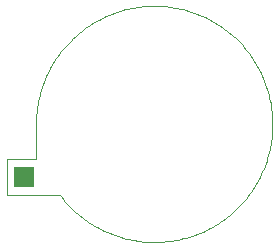
<source format=gbs>
G75*
%MOIN*%
%OFA0B0*%
%FSLAX25Y25*%
%IPPOS*%
%LPD*%
%AMOC8*
5,1,8,0,0,1.08239X$1,22.5*
%
%ADD10C,0.00000*%
%ADD11R,0.07093X0.07093*%
D10*
X0005593Y0016998D02*
X0005593Y0028809D01*
X0015436Y0028809D01*
X0015436Y0040620D01*
X0023310Y0016998D02*
X0005593Y0016998D01*
X0023310Y0016998D02*
X0023899Y0016233D01*
X0024506Y0015482D01*
X0025131Y0014747D01*
X0025775Y0014027D01*
X0026435Y0013324D01*
X0027113Y0012636D01*
X0027807Y0011966D01*
X0028518Y0011312D01*
X0029245Y0010677D01*
X0029986Y0010059D01*
X0030743Y0009459D01*
X0031514Y0008879D01*
X0032300Y0008317D01*
X0033098Y0007775D01*
X0033910Y0007253D01*
X0034735Y0006751D01*
X0035571Y0006269D01*
X0036419Y0005807D01*
X0037278Y0005367D01*
X0038148Y0004948D01*
X0039027Y0004550D01*
X0039916Y0004174D01*
X0040814Y0003820D01*
X0041721Y0003488D01*
X0042635Y0003178D01*
X0043557Y0002891D01*
X0044485Y0002627D01*
X0045420Y0002385D01*
X0046360Y0002167D01*
X0047306Y0001971D01*
X0048255Y0001799D01*
X0049209Y0001650D01*
X0050166Y0001524D01*
X0051126Y0001422D01*
X0052088Y0001344D01*
X0053052Y0001289D01*
X0054017Y0001258D01*
X0054982Y0001250D01*
X0055948Y0001267D01*
X0056912Y0001306D01*
X0057875Y0001370D01*
X0058837Y0001457D01*
X0059796Y0001567D01*
X0060752Y0001702D01*
X0061704Y0001859D01*
X0062652Y0002040D01*
X0063596Y0002244D01*
X0064534Y0002471D01*
X0065467Y0002721D01*
X0066393Y0002994D01*
X0067312Y0003289D01*
X0068223Y0003607D01*
X0069127Y0003947D01*
X0070021Y0004309D01*
X0070907Y0004693D01*
X0071783Y0005099D01*
X0072649Y0005525D01*
X0073504Y0005974D01*
X0074348Y0006442D01*
X0075180Y0006932D01*
X0076000Y0007441D01*
X0076807Y0007971D01*
X0077601Y0008520D01*
X0078381Y0009089D01*
X0079147Y0009676D01*
X0079898Y0010282D01*
X0080635Y0010907D01*
X0081355Y0011549D01*
X0082060Y0012209D01*
X0082749Y0012885D01*
X0083420Y0013579D01*
X0084074Y0014288D01*
X0084711Y0015014D01*
X0085330Y0015755D01*
X0085931Y0016511D01*
X0086512Y0017281D01*
X0087075Y0018065D01*
X0087618Y0018863D01*
X0088142Y0019674D01*
X0088645Y0020498D01*
X0089129Y0021334D01*
X0089591Y0022181D01*
X0090033Y0023039D01*
X0090453Y0023908D01*
X0090852Y0024787D01*
X0091230Y0025676D01*
X0091585Y0026574D01*
X0091918Y0027480D01*
X0092229Y0028393D01*
X0092518Y0029315D01*
X0092784Y0030243D01*
X0093027Y0031177D01*
X0093247Y0032117D01*
X0093444Y0033062D01*
X0093617Y0034011D01*
X0093768Y0034965D01*
X0093895Y0035922D01*
X0093998Y0036882D01*
X0094078Y0037844D01*
X0094134Y0038807D01*
X0094167Y0039772D01*
X0094176Y0040738D01*
X0094161Y0041703D01*
X0094123Y0042667D01*
X0094061Y0043631D01*
X0093975Y0044592D01*
X0093866Y0045551D01*
X0093733Y0046508D01*
X0093577Y0047460D01*
X0093398Y0048409D01*
X0093195Y0049353D01*
X0092970Y0050291D01*
X0092721Y0051224D01*
X0092450Y0052150D01*
X0092156Y0053070D01*
X0091839Y0053982D01*
X0091500Y0054886D01*
X0091140Y0055781D01*
X0090757Y0056667D01*
X0090353Y0057544D01*
X0089927Y0058411D01*
X0089480Y0059266D01*
X0089013Y0060111D01*
X0088525Y0060944D01*
X0088016Y0061764D01*
X0087488Y0062572D01*
X0086940Y0063367D01*
X0086372Y0064148D01*
X0085786Y0064915D01*
X0085181Y0065667D01*
X0084558Y0066404D01*
X0083917Y0067126D01*
X0083258Y0067832D01*
X0082582Y0068521D01*
X0081890Y0069194D01*
X0081181Y0069849D01*
X0080457Y0070487D01*
X0079717Y0071107D01*
X0078962Y0071709D01*
X0078192Y0072291D01*
X0077409Y0072855D01*
X0076612Y0073400D01*
X0075801Y0073925D01*
X0074978Y0074429D01*
X0074143Y0074914D01*
X0073297Y0075378D01*
X0072439Y0075820D01*
X0071571Y0076242D01*
X0070692Y0076643D01*
X0069804Y0077021D01*
X0068907Y0077378D01*
X0068002Y0077713D01*
X0067088Y0078025D01*
X0066168Y0078315D01*
X0065240Y0078582D01*
X0064306Y0078827D01*
X0063367Y0079048D01*
X0062422Y0079246D01*
X0061473Y0079421D01*
X0060519Y0079573D01*
X0059562Y0079702D01*
X0058603Y0079806D01*
X0057641Y0079888D01*
X0056677Y0079946D01*
X0055713Y0079980D01*
X0054747Y0079990D01*
X0053782Y0079977D01*
X0052817Y0079940D01*
X0051854Y0079879D01*
X0050892Y0079795D01*
X0049933Y0079687D01*
X0048977Y0079556D01*
X0048024Y0079401D01*
X0047075Y0079223D01*
X0046131Y0079022D01*
X0045192Y0078798D01*
X0044259Y0078551D01*
X0043332Y0078281D01*
X0042412Y0077988D01*
X0041499Y0077673D01*
X0040595Y0077336D01*
X0039699Y0076976D01*
X0038812Y0076595D01*
X0037935Y0076192D01*
X0037068Y0075768D01*
X0036211Y0075322D01*
X0035366Y0074856D01*
X0034533Y0074369D01*
X0033711Y0073862D01*
X0032903Y0073335D01*
X0032107Y0072788D01*
X0031325Y0072221D01*
X0030558Y0071636D01*
X0029804Y0071032D01*
X0029066Y0070410D01*
X0028344Y0069770D01*
X0027637Y0069113D01*
X0026946Y0068438D01*
X0026273Y0067747D01*
X0025616Y0067039D01*
X0024977Y0066315D01*
X0024356Y0065576D01*
X0023754Y0064822D01*
X0023170Y0064053D01*
X0022604Y0063271D01*
X0022059Y0062474D01*
X0021533Y0061665D01*
X0021027Y0060843D01*
X0020541Y0060009D01*
X0020076Y0059163D01*
X0019632Y0058306D01*
X0019209Y0057438D01*
X0018807Y0056560D01*
X0018427Y0055673D01*
X0018069Y0054776D01*
X0017733Y0053871D01*
X0017419Y0052958D01*
X0017128Y0052038D01*
X0016859Y0051111D01*
X0016614Y0050177D01*
X0016391Y0049238D01*
X0016191Y0048294D01*
X0016015Y0047344D01*
X0015861Y0046391D01*
X0015732Y0045435D01*
X0015625Y0044475D01*
X0015542Y0043513D01*
X0015483Y0042550D01*
X0015448Y0041585D01*
X0015436Y0040620D01*
D11*
X0011499Y0022904D03*
M02*

</source>
